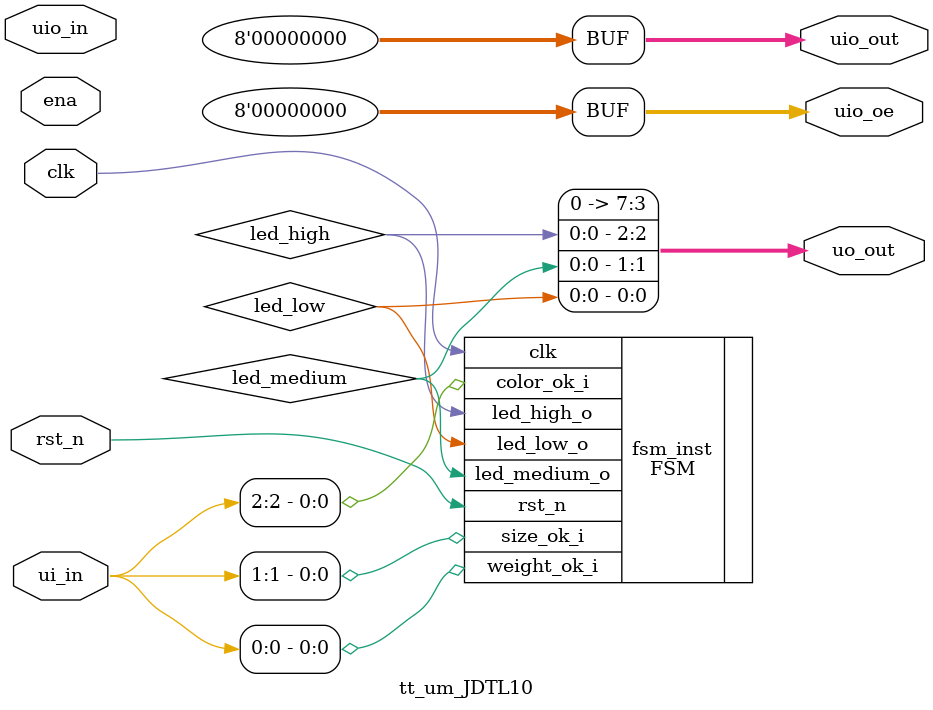
<source format=v>
module tt_um_JDTL10 (
    input  wire [7:0] ui_in,
    output wire [7:0] uo_out,
    input  wire [7:0] uio_in,
    output wire [7:0] uio_out,
    output wire [7:0] uio_oe,
    input  wire clk,
    input  wire rst_n,
    input  wire ena
);

    // Señales internas de salida
    wire led_low, led_medium, led_high;

    // Instancia del módulo FSM
    FSM fsm_inst (
        .clk(clk),
        .rst_n(rst_n),
        .weight_ok_i(ui_in[0]),
        .size_ok_i(ui_in[1]),
        .color_ok_i(ui_in[2]),
        .led_low_o(led_low),
        .led_medium_o(led_medium),
        .led_high_o(led_high)
    );

    // Salidas asignadas a los bits bajos de uo_out
    assign uo_out[0] = led_low;
    assign uo_out[1] = led_medium;
    assign uo_out[2] = led_high;
    assign uo_out[7:3] = 5'b00000; // No usados

    // Pines bidireccionales no utilizados
    assign uio_out = 8'b00000000;
    assign uio_oe  = 8'b00000000;

endmodule


</source>
